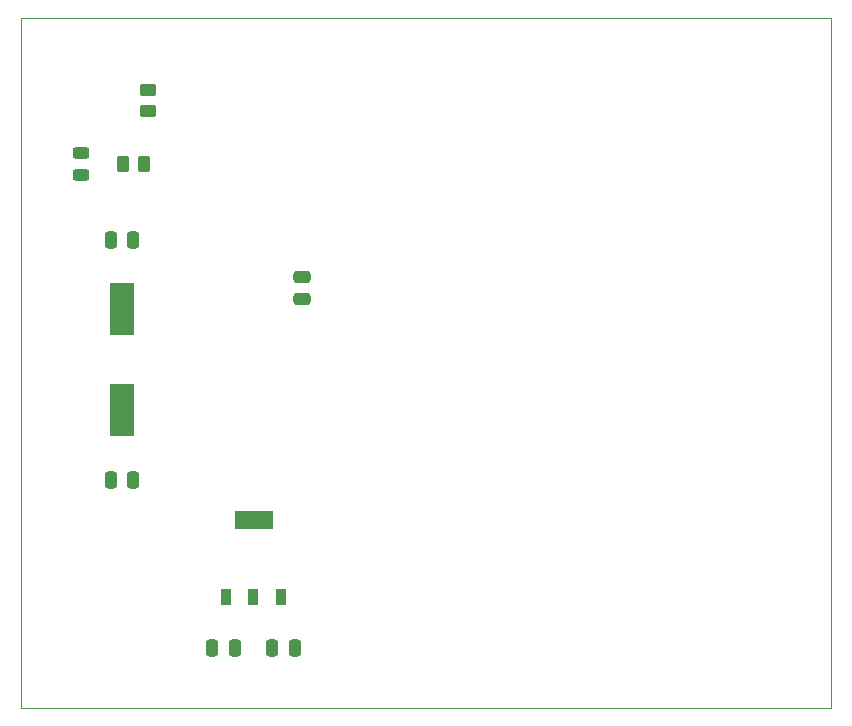
<source format=gbr>
%TF.GenerationSoftware,KiCad,Pcbnew,(6.0.0)*%
%TF.CreationDate,2022-02-18T15:42:34-07:00*%
%TF.ProjectId,SoilMoisture_Small,536f696c-4d6f-4697-9374-7572655f536d,0*%
%TF.SameCoordinates,Original*%
%TF.FileFunction,Paste,Top*%
%TF.FilePolarity,Positive*%
%FSLAX46Y46*%
G04 Gerber Fmt 4.6, Leading zero omitted, Abs format (unit mm)*
G04 Created by KiCad (PCBNEW (6.0.0)) date 2022-02-18 15:42:34*
%MOMM*%
%LPD*%
G01*
G04 APERTURE LIST*
G04 Aperture macros list*
%AMRoundRect*
0 Rectangle with rounded corners*
0 $1 Rounding radius*
0 $2 $3 $4 $5 $6 $7 $8 $9 X,Y pos of 4 corners*
0 Add a 4 corners polygon primitive as box body*
4,1,4,$2,$3,$4,$5,$6,$7,$8,$9,$2,$3,0*
0 Add four circle primitives for the rounded corners*
1,1,$1+$1,$2,$3*
1,1,$1+$1,$4,$5*
1,1,$1+$1,$6,$7*
1,1,$1+$1,$8,$9*
0 Add four rect primitives between the rounded corners*
20,1,$1+$1,$2,$3,$4,$5,0*
20,1,$1+$1,$4,$5,$6,$7,0*
20,1,$1+$1,$6,$7,$8,$9,0*
20,1,$1+$1,$8,$9,$2,$3,0*%
G04 Aperture macros list end*
%TA.AperFunction,Profile*%
%ADD10C,0.100000*%
%TD*%
%ADD11C,0.100000*%
%ADD12R,2.000000X4.500000*%
%ADD13RoundRect,0.250000X-0.250000X-0.475000X0.250000X-0.475000X0.250000X0.475000X-0.250000X0.475000X0*%
%ADD14R,0.889000X1.473200*%
%ADD15RoundRect,0.250000X0.450000X-0.262500X0.450000X0.262500X-0.450000X0.262500X-0.450000X-0.262500X0*%
%ADD16RoundRect,0.243750X0.456250X-0.243750X0.456250X0.243750X-0.456250X0.243750X-0.456250X-0.243750X0*%
%ADD17RoundRect,0.250000X0.475000X-0.250000X0.475000X0.250000X-0.475000X0.250000X-0.475000X-0.250000X0*%
%ADD18RoundRect,0.250000X-0.262500X-0.450000X0.262500X-0.450000X0.262500X0.450000X-0.262500X0.450000X0*%
G04 APERTURE END LIST*
D10*
X84455000Y-71120000D02*
X153035000Y-71120000D01*
X153035000Y-71120000D02*
X153035000Y-129540000D01*
X153035000Y-129540000D02*
X84455000Y-129540000D01*
X84455000Y-129540000D02*
X84455000Y-71120000D01*
D11*
%TO.C,U1*%
X105714800Y-112834400D02*
X102565200Y-112834400D01*
X102565200Y-112834400D02*
X102565200Y-114307600D01*
X102565200Y-114307600D02*
X105714800Y-114307600D01*
X105714800Y-114307600D02*
X105714800Y-112834400D01*
G36*
X105714800Y-114307600D02*
G01*
X102565200Y-114307600D01*
X102565200Y-112834400D01*
X105714800Y-112834400D01*
X105714800Y-114307600D01*
G37*
X105714800Y-114307600D02*
X102565200Y-114307600D01*
X102565200Y-112834400D01*
X105714800Y-112834400D01*
X105714800Y-114307600D01*
%TD*%
D12*
%TO.C,Y1*%
X93037508Y-95774997D03*
X93037508Y-104274997D03*
%TD*%
D13*
%TO.C,C1*%
X100650000Y-124460000D03*
X102550000Y-124460000D03*
%TD*%
D14*
%TO.C,U1*%
X101840000Y-120109000D03*
X104140000Y-120109000D03*
X106440000Y-120109000D03*
%TD*%
D13*
%TO.C,C2*%
X105730000Y-124460000D03*
X107630000Y-124460000D03*
%TD*%
D15*
%TO.C,R1*%
X95250000Y-79020000D03*
X95250000Y-77195000D03*
%TD*%
D16*
%TO.C,D1*%
X89535000Y-84442500D03*
X89535000Y-82567500D03*
%TD*%
D13*
%TO.C,C4*%
X92087500Y-110185000D03*
X93987500Y-110185000D03*
%TD*%
D17*
%TO.C,C3*%
X108277500Y-94930000D03*
X108277500Y-93030000D03*
%TD*%
D18*
%TO.C,R2*%
X93067500Y-83505000D03*
X94892500Y-83505000D03*
%TD*%
D13*
%TO.C,C5*%
X92087500Y-89865000D03*
X93987500Y-89865000D03*
%TD*%
M02*

</source>
